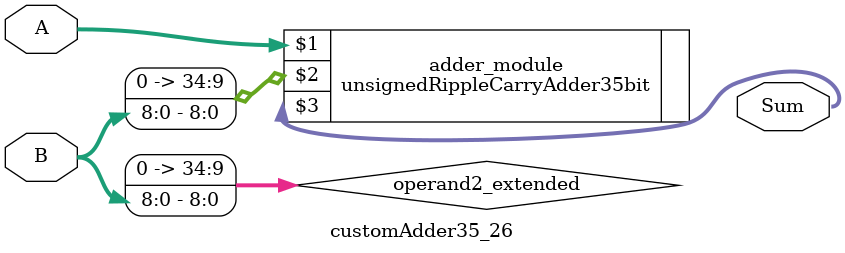
<source format=v>
module customAdder35_26(
                        input [34 : 0] A,
                        input [8 : 0] B,
                        
                        output [35 : 0] Sum
                );

        wire [34 : 0] operand2_extended;
        
        assign operand2_extended =  {26'b0, B};
        
        unsignedRippleCarryAdder35bit adder_module(
            A,
            operand2_extended,
            Sum
        );
        
        endmodule
        
</source>
